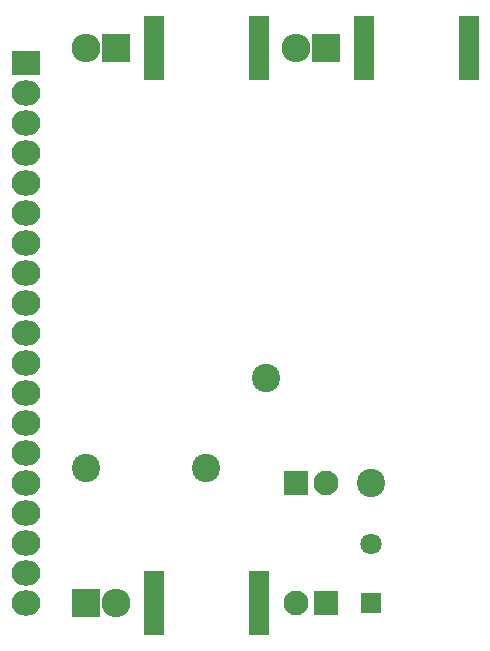
<source format=gbs>
G04 #@! TF.FileFunction,Soldermask,Bot*
%FSLAX46Y46*%
G04 Gerber Fmt 4.6, Leading zero omitted, Abs format (unit mm)*
G04 Created by KiCad (PCBNEW 4.0.4+e1-6308~48~ubuntu16.04.1-stable) date Mon Oct 24 16:05:19 2016*
%MOMM*%
%LPD*%
G01*
G04 APERTURE LIST*
%ADD10C,0.100000*%
%ADD11R,1.800000X1.800000*%
%ADD12C,1.800000*%
%ADD13R,2.432000X2.432000*%
%ADD14O,2.432000X2.432000*%
%ADD15C,2.400000*%
%ADD16R,1.670000X5.480000*%
%ADD17R,2.432000X2.127200*%
%ADD18O,2.432000X2.127200*%
%ADD19C,2.398980*%
%ADD20C,2.099260*%
%ADD21R,2.099260X2.099260*%
G04 APERTURE END LIST*
D10*
D11*
X102870000Y-124460000D03*
D12*
X102870000Y-119460000D03*
D13*
X78740000Y-124460000D03*
D14*
X81280000Y-124460000D03*
D13*
X81280000Y-77470000D03*
D14*
X78740000Y-77470000D03*
D13*
X99060000Y-77470000D03*
D14*
X96520000Y-77470000D03*
D15*
X102870000Y-114300000D03*
X93980000Y-105410000D03*
D16*
X111125000Y-77470000D03*
X102235000Y-77470000D03*
X93345000Y-77470000D03*
X84455000Y-77470000D03*
X84455000Y-124460000D03*
X93345000Y-124460000D03*
D17*
X73660000Y-78740000D03*
D18*
X73660000Y-81280000D03*
X73660000Y-83820000D03*
X73660000Y-86360000D03*
X73660000Y-88900000D03*
X73660000Y-91440000D03*
X73660000Y-93980000D03*
X73660000Y-96520000D03*
X73660000Y-99060000D03*
X73660000Y-101600000D03*
X73660000Y-104140000D03*
X73660000Y-106680000D03*
X73660000Y-109220000D03*
X73660000Y-111760000D03*
X73660000Y-114300000D03*
X73660000Y-116840000D03*
X73660000Y-119380000D03*
X73660000Y-121920000D03*
X73660000Y-124460000D03*
D19*
X78740000Y-113030000D03*
X88900000Y-113030000D03*
D20*
X99057460Y-114299480D03*
D21*
X99057460Y-124459480D03*
D20*
X96522540Y-124460520D03*
D21*
X96522540Y-114300520D03*
M02*

</source>
